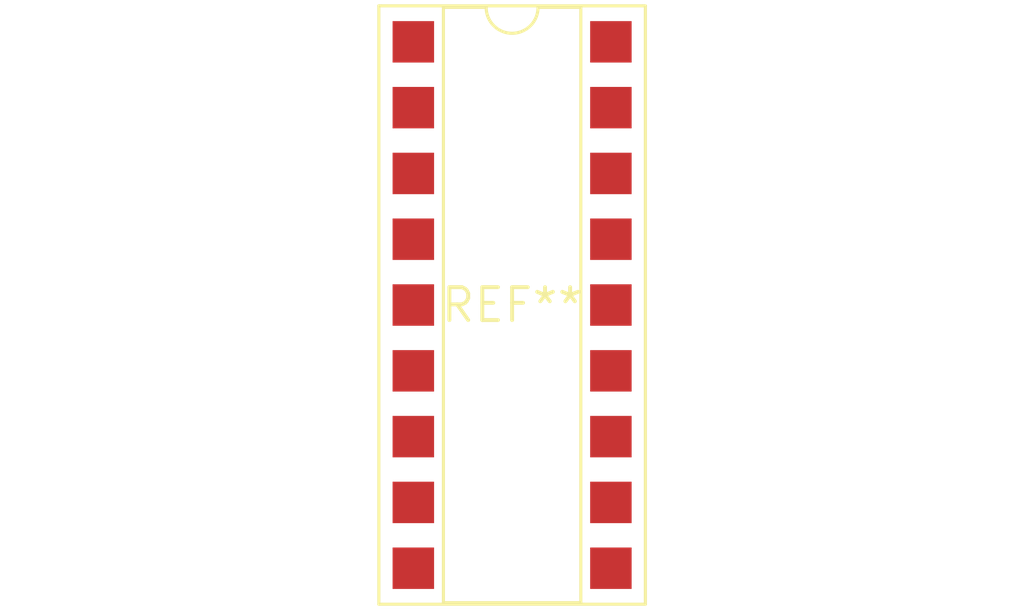
<source format=kicad_pcb>
(kicad_pcb (version 20240108) (generator pcbnew)
  (layers (0 "F.Cu" signal) (31 "B.Cu" signal) (34 "B.Paste" user) (35 "F.Paste" user) (36 "B.SilkS" user "B.Silkscreen") (37 "F.SilkS" user "F.Silkscreen") (38 "B.Mask" user) (39 "F.Mask" user) (44 "Edge.Cuts" user))
  (net 0 "")
  (footprint "DIP-18_W7.62mm_SMDSocket_SmallPads" (layer "F.Cu") (at 0 0)
    (property "Reference" "REF**")
    (property "Value" "DIP-18_W7.62mm_SMDSocket_SmallPads")
    (fp_line (start -5.14 -11.55) (end -5.14 11.55) (layer "F.SilkS") (stroke (width 0.12)))
    (fp_line (start -5.14 11.55) (end 5.14 11.55) (layer "F.SilkS") (stroke (width 0.12)))
    (fp_line (start -2.65 -11.49) (end -2.65 11.49) (layer "F.SilkS") (stroke (width 0.12)))
    (fp_line (start -2.65 11.49) (end 2.65 11.49) (layer "F.SilkS") (stroke (width 0.12)))
    (fp_line (start -1 -11.49) (end -2.65 -11.49) (layer "F.SilkS") (stroke (width 0.12)))
    (fp_line (start 2.65 -11.49) (end 1 -11.49) (layer "F.SilkS") (stroke (width 0.12)))
    (fp_line (start 2.65 11.49) (end 2.65 -11.49) (layer "F.SilkS") (stroke (width 0.12)))
    (fp_line (start 5.14 -11.55) (end -5.14 -11.55) (layer "F.SilkS") (stroke (width 0.12)))
    (fp_line (start 5.14 11.55) (end 5.14 -11.55) (layer "F.SilkS") (stroke (width 0.12)))
    (fp_arc (start 1 -11.49) (mid 0 -10.49) (end -1 -11.49) (layer "F.SilkS") (stroke (width 0.12)))
    (pad "1" smd rect (at -3.81 -10.16) (size 1.6 1.6) (layers "F.Cu" "F.Paste" "F.Mask"))
    (pad "2" smd rect (at -3.81 -7.62) (size 1.6 1.6) (layers "F.Cu" "F.Paste" "F.Mask"))
    (pad "3" smd rect (at -3.81 -5.08) (size 1.6 1.6) (layers "F.Cu" "F.Paste" "F.Mask"))
    (pad "4" smd rect (at -3.81 -2.54) (size 1.6 1.6) (layers "F.Cu" "F.Paste" "F.Mask"))
    (pad "5" smd rect (at -3.81 0) (size 1.6 1.6) (layers "F.Cu" "F.Paste" "F.Mask"))
    (pad "6" smd rect (at -3.81 2.54) (size 1.6 1.6) (layers "F.Cu" "F.Paste" "F.Mask"))
    (pad "7" smd rect (at -3.81 5.08) (size 1.6 1.6) (layers "F.Cu" "F.Paste" "F.Mask"))
    (pad "8" smd rect (at -3.81 7.62) (size 1.6 1.6) (layers "F.Cu" "F.Paste" "F.Mask"))
    (pad "9" smd rect (at -3.81 10.16) (size 1.6 1.6) (layers "F.Cu" "F.Paste" "F.Mask"))
    (pad "10" smd rect (at 3.81 10.16) (size 1.6 1.6) (layers "F.Cu" "F.Paste" "F.Mask"))
    (pad "11" smd rect (at 3.81 7.62) (size 1.6 1.6) (layers "F.Cu" "F.Paste" "F.Mask"))
    (pad "12" smd rect (at 3.81 5.08) (size 1.6 1.6) (layers "F.Cu" "F.Paste" "F.Mask"))
    (pad "13" smd rect (at 3.81 2.54) (size 1.6 1.6) (layers "F.Cu" "F.Paste" "F.Mask"))
    (pad "14" smd rect (at 3.81 0) (size 1.6 1.6) (layers "F.Cu" "F.Paste" "F.Mask"))
    (pad "15" smd rect (at 3.81 -2.54) (size 1.6 1.6) (layers "F.Cu" "F.Paste" "F.Mask"))
    (pad "16" smd rect (at 3.81 -5.08) (size 1.6 1.6) (layers "F.Cu" "F.Paste" "F.Mask"))
    (pad "17" smd rect (at 3.81 -7.62) (size 1.6 1.6) (layers "F.Cu" "F.Paste" "F.Mask"))
    (pad "18" smd rect (at 3.81 -10.16) (size 1.6 1.6) (layers "F.Cu" "F.Paste" "F.Mask"))
  )
)
</source>
